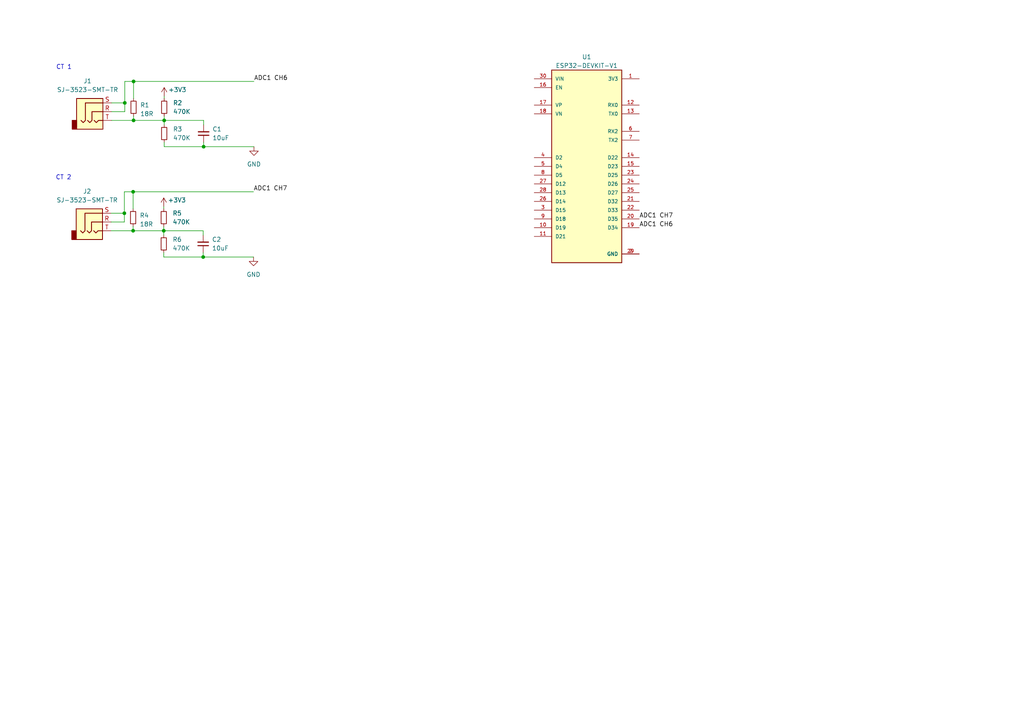
<source format=kicad_sch>
(kicad_sch (version 20230121) (generator eeschema)
  (paper "A4")
  (lib_symbols
    (symbol "Connector:AudioJack3"
      (property "Reference" "J" (at 0 8.89 0))
      (property "Value" "AudioJack3" (at 0 6.35 0))
      (symbol "AudioJack3_0_1"
        (rectangle (start -5.08 -5.08) (end -6.35 -2.54) (stroke (width 0.254)) (fill (type outline)))
        (polyline (pts (xy 0 -2.54) (xy 0.635 -3.175) (xy 1.27 -2.54) (xy 2.54 -2.54)) (stroke (width 0.254)))
        (polyline (pts (xy -1.905 -2.54) (xy -1.27 -3.175) (xy -0.635 -2.54) (xy -0.635 0) (xy 2.54 0)) (stroke (width 0.254)))
        (polyline (pts (xy 2.54 2.54) (xy -2.54 2.54) (xy -2.54 -2.54) (xy -3.175 -3.175) (xy -3.81 -2.54)) (stroke (width 0.254)))
        (rectangle (start 2.54 3.81) (end -5.08 -5.08) (stroke (width 0.254)) (fill (type background)))
      )
      (symbol "AudioJack3_1_1"
        (pin passive line (at 5.08 0 180) (length 2.54) (name "~") (number "R"))
        (pin passive line (at 5.08 2.54 180) (length 2.54) (name "~") (number "S"))
        (pin passive line (at 5.08 -2.54 180) (length 2.54) (name "~") (number "T"))
      )
    )
    (symbol "Device:C_Small" (pin_numbers hide) (pin_names (offset 0.254) hide)
      (property "Reference" "C" (at 0.254 1.778 0))
      (property "Value" "C_Small" (at 0.254 -2.032 0))
      (symbol "C_Small_0_1"
        (polyline (pts (xy -1.524 -0.508) (xy 1.524 -0.508)) (stroke (width 0.3302)))
        (polyline (pts (xy -1.524 0.508) (xy 1.524 0.508)) (stroke (width 0.3048)))
      )
      (symbol "C_Small_1_1"
        (pin passive line (at 0 2.54 270) (length 2.032) (name "~") (number "1"))
        (pin passive line (at 0 -2.54 90) (length 2.032) (name "~") (number "2"))
      )
    )
    (symbol "Device:R_Small" (pin_numbers hide) (pin_names (offset 0.254) hide)
      (property "Reference" "R" (at 0.762 0.508 0))
      (property "Value" "R_Small" (at 0.762 -1.016 0))
      (symbol "R_Small_0_1"
        (rectangle (start -0.762 1.778) (end 0.762 -1.778) (stroke (width 0.2032)))
      )
      (symbol "R_Small_1_1"
        (pin passive line (at 0 2.54 270) (length 0.762) (name "~") (number "1"))
        (pin passive line (at 0 -2.54 90) (length 0.762) (name "~") (number "2"))
      )
    )
    (symbol "ESP32-Devkit-V1:ESP32-DEVKIT-V1" (pin_names (offset 1.016))
      (property "Reference" "U" (at -10.16 30.48 0))
      (property "Value" "ESP32-DEVKIT-V1" (at -10.16 -30.48 0))
      (symbol "ESP32-DEVKIT-V1_0_0"
        (rectangle (start -10.16 -27.94) (end 10.16 27.94) (stroke (width 0.254)) (fill (type background)))
        (pin output line (at 15.24 25.4 180) (length 5.08) (name "3V3") (number "1"))
        (pin bidirectional line (at -15.24 -17.78 0) (length 5.08) (name "D19") (number "10"))
        (pin bidirectional line (at -15.24 -20.32 0) (length 5.08) (name "D21") (number "11"))
        (pin input line (at 15.24 17.78 180) (length 5.08) (name "RX0") (number "12"))
        (pin output line (at 15.24 15.24 180) (length 5.08) (name "TX0") (number "13"))
        (pin bidirectional line (at 15.24 2.54 180) (length 5.08) (name "D22") (number "14"))
        (pin bidirectional line (at 15.24 0 180) (length 5.08) (name "D23") (number "15"))
        (pin input line (at -15.24 22.86 0) (length 5.08) (name "EN") (number "16"))
        (pin bidirectional line (at -15.24 17.78 0) (length 5.08) (name "VP") (number "17"))
        (pin bidirectional line (at -15.24 15.24 0) (length 5.08) (name "VN") (number "18"))
        (pin bidirectional line (at 15.24 -17.78 180) (length 5.08) (name "D34") (number "19"))
        (pin power_in line (at 15.24 -25.4 180) (length 5.08) (name "GND") (number "2"))
        (pin bidirectional line (at 15.24 -15.24 180) (length 5.08) (name "D35") (number "20"))
        (pin bidirectional line (at 15.24 -10.16 180) (length 5.08) (name "D32") (number "21"))
        (pin bidirectional line (at 15.24 -12.7 180) (length 5.08) (name "D33") (number "22"))
        (pin bidirectional line (at 15.24 -2.54 180) (length 5.08) (name "D25") (number "23"))
        (pin bidirectional line (at 15.24 -5.08 180) (length 5.08) (name "D26") (number "24"))
        (pin bidirectional line (at 15.24 -7.62 180) (length 5.08) (name "D27") (number "25"))
        (pin bidirectional line (at -15.24 -10.16 0) (length 5.08) (name "D14") (number "26"))
        (pin bidirectional line (at -15.24 -5.08 0) (length 5.08) (name "D12") (number "27"))
        (pin bidirectional line (at -15.24 -7.62 0) (length 5.08) (name "D13") (number "28"))
        (pin power_in line (at 15.24 -25.4 180) (length 5.08) (name "GND") (number "29"))
        (pin bidirectional line (at -15.24 -12.7 0) (length 5.08) (name "D15") (number "3"))
        (pin input line (at -15.24 25.4 0) (length 5.08) (name "VIN") (number "30"))
        (pin bidirectional line (at -15.24 2.54 0) (length 5.08) (name "D2") (number "4"))
        (pin bidirectional line (at -15.24 0 0) (length 5.08) (name "D4") (number "5"))
        (pin input line (at 15.24 10.16 180) (length 5.08) (name "RX2") (number "6"))
        (pin output line (at 15.24 7.62 180) (length 5.08) (name "TX2") (number "7"))
        (pin bidirectional line (at -15.24 -2.54 0) (length 5.08) (name "D5") (number "8"))
        (pin bidirectional line (at -15.24 -15.24 0) (length 5.08) (name "D18") (number "9"))
      )
    )
    (symbol "power:+3.3V" (power) (pin_names (offset 0))
      (property "Value" "+3.3V" (at 0 3.556 0))
      (symbol "+3.3V_0_1"
        (polyline (pts (xy -0.762 1.27) (xy 0 2.54)))
        (polyline (pts (xy 0 0) (xy 0 2.54)))
        (polyline (pts (xy 0 2.54) (xy 0.762 1.27)))
      )
      (symbol "+3.3V_1_1"
        (pin power_in line (at 0 0 90) (length 0) hide (name "+3V3") (number "1"))
      )
    )
    (symbol "power:GND" (power) (pin_names (offset 0))
      (property "Value" "GND" (at 0 -3.81 0))
      (symbol "GND_0_1"
        (polyline (pts (xy 0 0) (xy 0 -1.27) (xy 1.27 -1.27) (xy 0 -2.54) (xy -1.27 -1.27) (xy 0 -1.27)))
      )
      (symbol "GND_1_1"
        (pin power_in line (at 0 0 270) (length 0) hide (name "GND") (number "1"))
      )
    )
  )
  (junction (at 58.928 74.549))
  (junction (at 47.625 34.925))
  (junction (at 38.608 55.626))
  (junction (at 38.735 23.622))
  (junction (at 36.068 61.849))
  (junction (at 47.498 66.929))
  (junction (at 38.608 66.929))
  (junction (at 59.055 42.545))
  (junction (at 36.195 29.845))
  (junction (at 38.735 34.925))
  (wire (pts (xy 32.258 61.849) (xy 36.068 61.849)))
  (wire (pts (xy 38.608 66.929) (xy 47.498 66.929)))
  (wire (pts (xy 47.498 73.279) (xy 47.498 74.549)))
  (wire (pts (xy 58.928 74.549) (xy 73.533 74.549)))
  (wire (pts (xy 59.055 41.275) (xy 59.055 42.545)))
  (wire (pts (xy 58.928 74.549) (xy 47.498 74.549)))
  (wire (pts (xy 47.625 34.925) (xy 59.055 34.925)))
  (wire (pts (xy 32.385 34.925) (xy 38.735 34.925)))
  (wire (pts (xy 36.068 55.626) (xy 38.608 55.626)))
  (wire (pts (xy 36.195 23.622) (xy 38.735 23.622)))
  (wire (pts (xy 47.625 34.925) (xy 47.625 36.195)))
  (wire (pts (xy 36.195 23.622) (xy 36.195 29.845)))
  (wire (pts (xy 38.735 33.655) (xy 38.735 34.925)))
  (wire (pts (xy 58.928 66.929) (xy 58.928 68.199)))
  (wire (pts (xy 36.068 61.849) (xy 36.068 64.389)))
  (wire (pts (xy 38.608 65.659) (xy 38.608 66.929)))
  (wire (pts (xy 32.385 29.845) (xy 36.195 29.845)))
  (wire (pts (xy 47.498 65.659) (xy 47.498 66.929)))
  (wire (pts (xy 36.068 64.389) (xy 32.258 64.389)))
  (wire (pts (xy 36.195 32.385) (xy 32.385 32.385)))
  (wire (pts (xy 47.625 33.655) (xy 47.625 34.925)))
  (wire (pts (xy 59.055 42.545) (xy 73.66 42.545)))
  (wire (pts (xy 38.735 23.622) (xy 38.735 28.575)))
  (wire (pts (xy 36.195 29.845) (xy 36.195 32.385)))
  (wire (pts (xy 47.498 59.944) (xy 47.498 60.579)))
  (wire (pts (xy 47.625 27.94) (xy 47.625 28.575)))
  (wire (pts (xy 59.055 34.925) (xy 59.055 36.195)))
  (wire (pts (xy 38.735 23.622) (xy 73.66 23.622)))
  (wire (pts (xy 38.608 55.626) (xy 38.608 60.579)))
  (wire (pts (xy 59.055 42.545) (xy 47.625 42.545)))
  (wire (pts (xy 32.258 66.929) (xy 38.608 66.929)))
  (wire (pts (xy 58.928 73.279) (xy 58.928 74.549)))
  (wire (pts (xy 36.068 55.626) (xy 36.068 61.849)))
  (wire (pts (xy 47.498 66.929) (xy 58.928 66.929)))
  (wire (pts (xy 38.735 34.925) (xy 47.625 34.925)))
  (wire (pts (xy 47.625 41.275) (xy 47.625 42.545)))
  (wire (pts (xy 47.498 66.929) (xy 47.498 68.199)))
  (wire (pts (xy 38.608 55.626) (xy 73.533 55.626)))
  (text "CT 2" (at 16.129 52.324 0) (effects (font (size 1.27 1.27)) (justify left bottom)))
  (text "CT 1" (at 16.256 20.32 0) (effects (font (size 1.27 1.27)) (justify left bottom)))
  (label "ADC1 CH6" (at 73.66 23.622 0))
  (label "ADC1 CH6" (at 185.42 66.04 0))
  (label "ADC1 CH7" (at 73.533 55.626 0))
  (label "ADC1 CH7" (at 185.42 63.5 0))
  (symbol (lib_id "power:+3.3V") (at 47.625 27.94 0) (unit 1)
    (property "Reference" "#PWR01" (effects hide))
    (property "Value" "+3.3V" (at 51.435 26.035 0))
  )
  (symbol (lib_id "Device:R_Small") (at 47.498 63.119 0) (unit 1)
    (property "Reference" "R5" (at 50.038 61.8489 0) (effects (justify left)))
    (property "Value" "470K" (at 50.038 64.3889 0) (effects (justify left)))
    (property "Footprint" "Resistor_THT:R_Axial_DIN0204_L3.6mm_D1.6mm_P7.62mm_Horizontal" (effects hide))
  )
  (symbol (lib_id "power:GND") (at 73.66 42.545 0) (unit 1)
    (property "Reference" "#PWR02" (effects hide))
    (property "Value" "GND" (at 73.66 47.625 0))
  )
  (symbol (lib_id "Device:R_Small") (at 47.498 70.739 0) (unit 1)
    (property "Reference" "R6" (at 50.038 69.4689 0) (effects (justify left)))
    (property "Value" "470K" (at 50.038 72.0089 0) (effects (justify left)))
    (property "Footprint" "Resistor_THT:R_Axial_DIN0204_L3.6mm_D1.6mm_P7.62mm_Horizontal" (effects hide))
  )
  (symbol (lib_id "Device:R_Small") (at 38.735 31.115 180) (unit 1)
    (property "Reference" "R1" (at 40.64 30.48 0) (effects (justify right)))
    (property "Value" "18R" (at 40.64 33.02 0) (effects (justify right)))
    (property "Footprint" "Resistor_THT:R_Axial_DIN0204_L3.6mm_D1.6mm_P7.62mm_Horizontal" (effects hide))
  )
  (symbol (lib_id "Connector:AudioJack3") (at 27.305 32.385 0) (unit 1)
    (property "Reference" "J1" (at 25.4 23.495 0))
    (property "Value" "SJ-3523-SMT-TR" (at 25.4 26.035 0))
    (property "Footprint" "Connector_Audio:Jack_3.5mm_CUI_SJ-3523-SMT_Horizontal" (effects hide))
  )
  (symbol (lib_id "power:+3.3V") (at 47.498 59.944 0) (unit 1)
    (property "Reference" "#PWR03" (effects hide))
    (property "Value" "+3.3V" (at 51.308 58.039 0))
  )
  (symbol (lib_id "Connector:AudioJack3") (at 27.178 64.389 0) (unit 1)
    (property "Reference" "J2" (at 25.273 55.499 0))
    (property "Value" "SJ-3523-SMT-TR" (at 25.273 58.039 0))
    (property "Footprint" "Connector_Audio:Jack_3.5mm_CUI_SJ-3523-SMT_Horizontal" (effects hide))
  )
  (symbol (lib_id "Device:C_Small") (at 58.928 70.739 180) (unit 1)
    (property "Reference" "C2" (at 61.468 69.4625 0) (effects (justify right)))
    (property "Value" "10uF" (at 61.468 72.0025 0) (effects (justify right)))
    (property "Footprint" "Capacitor_SMD:C_0603_1608Metric" (effects hide))
    (property "Voltage" "25V" (effects hide))
  )
  (symbol (lib_id "ESP32-Devkit-V1:ESP32-DEVKIT-V1") (at 170.18 48.26 0) (unit 1)
    (property "Reference" "U1" (at 170.18 16.51 0))
    (property "Value" "ESP32-DEVKIT-V1" (at 170.18 19.05 0))
    (property "Footprint" "ESP32-Devkit-V1:MODULE_ESP32_DEVKIT_V1" (effects hide))
    (property "PARTREV" "N/A" (effects hide))
    (property "STANDARD" "Manufacturer Recommendations" (effects hide))
    (property "MAXIMUM_PACKAGE_HEIGHT" "6.8 mm" (effects hide))
    (property "MANUFACTURER" "DOIT" (effects hide))
  )
  (symbol (lib_id "Device:R_Small") (at 38.608 63.119 180) (unit 1)
    (property "Reference" "R4" (at 40.513 62.484 0) (effects (justify right)))
    (property "Value" "18R" (at 40.513 65.024 0) (effects (justify right)))
    (property "Footprint" "Resistor_THT:R_Axial_DIN0204_L3.6mm_D1.6mm_P7.62mm_Horizontal" (effects hide))
  )
  (symbol (lib_id "Device:R_Small") (at 47.625 38.735 0) (unit 1)
    (property "Reference" "R3" (at 50.165 37.4649 0) (effects (justify left)))
    (property "Value" "470K" (at 50.165 40.0049 0) (effects (justify left)))
    (property "Footprint" "Resistor_THT:R_Axial_DIN0204_L3.6mm_D1.6mm_P7.62mm_Horizontal" (effects hide))
  )
  (symbol (lib_id "Device:C_Small") (at 59.055 38.735 180) (unit 1)
    (property "Reference" "C1" (at 61.595 37.4585 0) (effects (justify right)))
    (property "Value" "10uF" (at 61.595 39.9985 0) (effects (justify right)))
    (property "Footprint" "Capacitor_SMD:C_0603_1608Metric" (effects hide))
    (property "Voltage" "25V" (effects hide))
  )
  (symbol (lib_id "power:GND") (at 73.533 74.549 0) (unit 1)
    (property "Reference" "#PWR04" (effects hide))
    (property "Value" "GND" (at 73.533 79.629 0))
  )
  (symbol (lib_id "Device:R_Small") (at 47.625 31.115 0) (unit 1)
    (property "Reference" "R2" (at 50.165 29.8449 0) (effects (justify left)))
    (property "Value" "470K" (at 50.165 32.3849 0) (effects (justify left)))
    (property "Footprint" "Resistor_THT:R_Axial_DIN0204_L3.6mm_D1.6mm_P7.62mm_Horizontal" (effects hide))
  )
)
</source>
